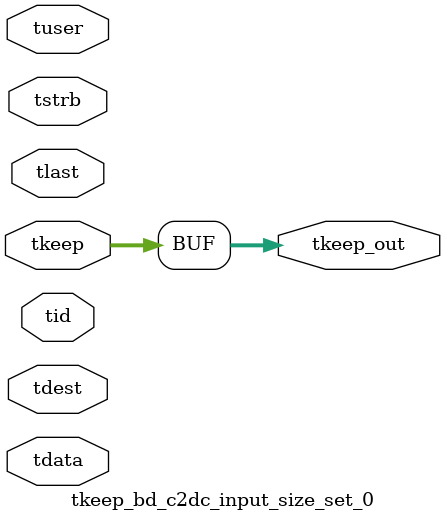
<source format=v>


`timescale 1ps/1ps

module tkeep_bd_c2dc_input_size_set_0 #
(
parameter C_S_AXIS_TDATA_WIDTH = 32,
parameter C_S_AXIS_TUSER_WIDTH = 0,
parameter C_S_AXIS_TID_WIDTH   = 0,
parameter C_S_AXIS_TDEST_WIDTH = 0,
parameter C_M_AXIS_TDATA_WIDTH = 32
)
(
input  [(C_S_AXIS_TDATA_WIDTH == 0 ? 1 : C_S_AXIS_TDATA_WIDTH)-1:0     ] tdata,
input  [(C_S_AXIS_TUSER_WIDTH == 0 ? 1 : C_S_AXIS_TUSER_WIDTH)-1:0     ] tuser,
input  [(C_S_AXIS_TID_WIDTH   == 0 ? 1 : C_S_AXIS_TID_WIDTH)-1:0       ] tid,
input  [(C_S_AXIS_TDEST_WIDTH == 0 ? 1 : C_S_AXIS_TDEST_WIDTH)-1:0     ] tdest,
input  [(C_S_AXIS_TDATA_WIDTH/8)-1:0 ] tkeep,
input  [(C_S_AXIS_TDATA_WIDTH/8)-1:0 ] tstrb,
input                                                                    tlast,
output [(C_M_AXIS_TDATA_WIDTH/8)-1:0 ] tkeep_out
);

assign tkeep_out = {tkeep[5:0]};

endmodule


</source>
